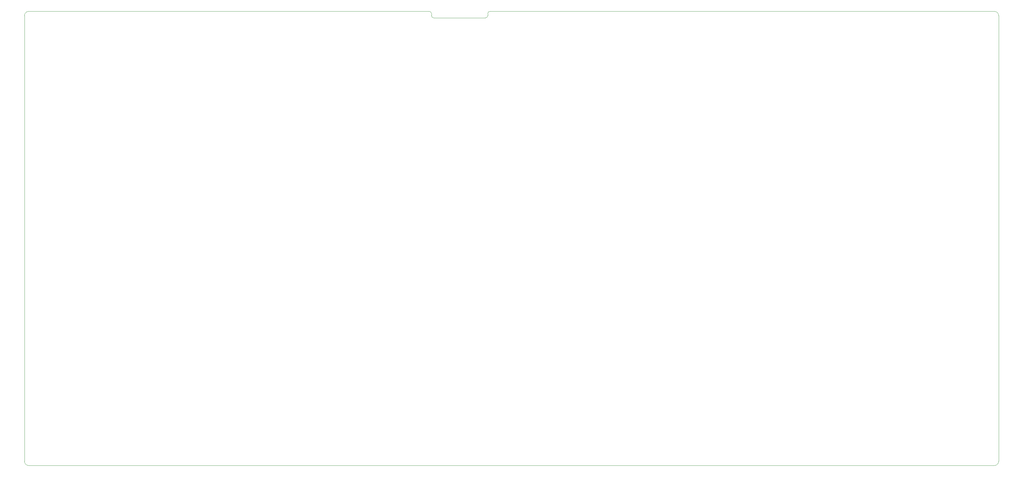
<source format=gm1>
G04 #@! TF.GenerationSoftware,KiCad,Pcbnew,6.0.0*
G04 #@! TF.CreationDate,2022-01-16T18:24:25+13:00*
G04 #@! TF.ProjectId,segment_60_PCB,7365676d-656e-4745-9f36-305f5043422e,1.0.0*
G04 #@! TF.SameCoordinates,Original*
G04 #@! TF.FileFunction,Profile,NP*
%FSLAX46Y46*%
G04 Gerber Fmt 4.6, Leading zero omitted, Abs format (unit mm)*
G04 Created by KiCad (PCBNEW 6.0.0) date 2022-01-16 18:24:25*
%MOMM*%
%LPD*%
G01*
G04 APERTURE LIST*
G04 #@! TA.AperFunction,Profile*
%ADD10C,0.050000*%
G04 #@! TD*
G04 APERTURE END LIST*
D10*
X77470000Y-222250000D02*
X360680000Y-222250000D01*
X212725000Y-88900000D02*
X360680000Y-88900000D01*
X195580000Y-89535000D02*
G75*
G03*
X194945000Y-88900000I-634999J1D01*
G01*
X195580000Y-90170000D02*
X195580000Y-89535000D01*
X211455000Y-90805000D02*
G75*
G03*
X212090000Y-90170000I1J634999D01*
G01*
X195580000Y-90170000D02*
G75*
G03*
X196215000Y-90805000I634999J-1D01*
G01*
X361950000Y-90170000D02*
G75*
G03*
X360680000Y-88900000I-1269999J1D01*
G01*
X212090000Y-90170000D02*
X212090000Y-89535000D01*
X194945000Y-88900000D02*
X77470000Y-88900000D01*
X361950000Y-90170000D02*
X361950000Y-220980000D01*
X196215000Y-90805000D02*
X211455000Y-90805000D01*
X76200000Y-90170000D02*
X76200000Y-220980000D01*
X212725000Y-88900000D02*
G75*
G03*
X212090000Y-89535000I-1J-634999D01*
G01*
X77470000Y-88900000D02*
G75*
G03*
X76200000Y-90170000I-1J-1269999D01*
G01*
X360680000Y-222250000D02*
G75*
G03*
X361950000Y-220980000I1J1269999D01*
G01*
X76200000Y-220980000D02*
G75*
G03*
X77470000Y-222250000I1269999J-1D01*
G01*
M02*

</source>
